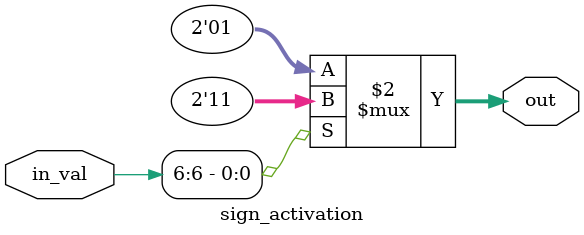
<source format=v>
/*
 * Sign Activation Function
 * 
 * Implements: sign(x) = { +1 if x >= 0, -1 if x < 0 }
 * 
 * Input:  7-bit signed value (layer1 bias output)
 * Output: 2-bit signed ternary {-1, +1}
 * 
 * Note: Zero maps to +1 (x >= 0 case)
 */

module sign_activation (
    input  wire signed [6:0] in_val,    // 7-bit signed input
    output wire signed [1:0] out        // 2-bit signed output: -1 or +1
);

    // Sign function: +1 if in_val >= 0, -1 if in_val < 0
    // In 2-bit signed: +1 = 2'b01, -1 = 2'b11
    // Note: We only need the sign bit [6], lower bits are intentionally unused
    /* verilator lint_off UNUSEDSIGNAL */
    assign out = (in_val[6] == 1'b0) ? 2'sb01 : 2'sb11;
    /* verilator lint_on UNUSEDSIGNAL */

endmodule

</source>
